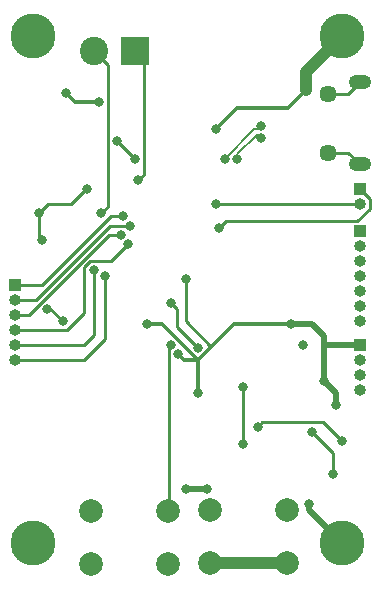
<source format=gbr>
%TF.GenerationSoftware,KiCad,Pcbnew,(5.1.8)-1*%
%TF.CreationDate,2021-05-13T19:04:10-07:00*%
%TF.ProjectId,Astromech3.0,41737472-6f6d-4656-9368-332e302e6b69,rev?*%
%TF.SameCoordinates,Original*%
%TF.FileFunction,Copper,L2,Bot*%
%TF.FilePolarity,Positive*%
%FSLAX46Y46*%
G04 Gerber Fmt 4.6, Leading zero omitted, Abs format (unit mm)*
G04 Created by KiCad (PCBNEW (5.1.8)-1) date 2021-05-13 19:04:10*
%MOMM*%
%LPD*%
G01*
G04 APERTURE LIST*
%TA.AperFunction,ComponentPad*%
%ADD10C,1.450000*%
%TD*%
%TA.AperFunction,ComponentPad*%
%ADD11O,1.900000X1.200000*%
%TD*%
%TA.AperFunction,ComponentPad*%
%ADD12C,3.800000*%
%TD*%
%TA.AperFunction,ComponentPad*%
%ADD13O,1.000000X1.000000*%
%TD*%
%TA.AperFunction,ComponentPad*%
%ADD14R,1.000000X1.000000*%
%TD*%
%TA.AperFunction,ComponentPad*%
%ADD15C,2.000000*%
%TD*%
%TA.AperFunction,ComponentPad*%
%ADD16R,2.400000X2.400000*%
%TD*%
%TA.AperFunction,ComponentPad*%
%ADD17C,2.400000*%
%TD*%
%TA.AperFunction,ViaPad*%
%ADD18C,0.800000*%
%TD*%
%TA.AperFunction,Conductor*%
%ADD19C,0.300000*%
%TD*%
%TA.AperFunction,Conductor*%
%ADD20C,0.250000*%
%TD*%
%TA.AperFunction,Conductor*%
%ADD21C,0.500000*%
%TD*%
%TA.AperFunction,Conductor*%
%ADD22C,1.000000*%
%TD*%
%TA.AperFunction,Conductor*%
%ADD23C,0.200000*%
%TD*%
G04 APERTURE END LIST*
D10*
%TO.P,J3,6*%
%TO.N,Net-(J3-Pad6)*%
X178623500Y-67016000D03*
X178623500Y-62016000D03*
D11*
X181323500Y-68016000D03*
X181323500Y-61016000D03*
%TD*%
D12*
%TO.P,H4,1*%
%TO.N,GND*%
X153670000Y-100076000D03*
%TD*%
D13*
%TO.P,J5,7*%
%TO.N,PB12*%
X181356000Y-81280000D03*
%TO.P,J5,6*%
%TO.N,PB13*%
X181356000Y-80010000D03*
%TO.P,J5,5*%
%TO.N,PB14*%
X181356000Y-78740000D03*
%TO.P,J5,4*%
%TO.N,PB15*%
X181356000Y-77470000D03*
%TO.P,J5,3*%
%TO.N,PA8*%
X181356000Y-76200000D03*
%TO.P,J5,2*%
%TO.N,PA9*%
X181356000Y-74930000D03*
D14*
%TO.P,J5,1*%
%TO.N,PA10*%
X181356000Y-73660000D03*
%TD*%
D13*
%TO.P,J6,6*%
%TO.N,PB9*%
X152146000Y-84582000D03*
%TO.P,J6,5*%
%TO.N,PB8*%
X152146000Y-83312000D03*
%TO.P,J6,4*%
%TO.N,PB5*%
X152146000Y-82042000D03*
%TO.P,J6,3*%
%TO.N,PB4*%
X152146000Y-80772000D03*
%TO.P,J6,2*%
%TO.N,PB3*%
X152146000Y-79502000D03*
D14*
%TO.P,J6,1*%
%TO.N,PA15*%
X152146000Y-78232000D03*
%TD*%
D13*
%TO.P,J2,2*%
%TO.N,SWCLK*%
X181356000Y-71374000D03*
D14*
%TO.P,J2,1*%
%TO.N,SWDIO*%
X181356000Y-70104000D03*
%TD*%
D12*
%TO.P,H3,1*%
%TO.N,GND*%
X179832000Y-57150000D03*
%TD*%
%TO.P,H2,1*%
%TO.N,GND*%
X153670000Y-57150000D03*
%TD*%
%TO.P,H1,1*%
%TO.N,GND*%
X179832000Y-100076000D03*
%TD*%
D13*
%TO.P,J4,4*%
%TO.N,GND*%
X181356000Y-87122000D03*
%TO.P,J4,3*%
%TO.N,UART_RX*%
X181356000Y-85852000D03*
%TO.P,J4,2*%
%TO.N,UART_TX*%
X181356000Y-84582000D03*
D14*
%TO.P,J4,1*%
%TO.N,+3V3*%
X181356000Y-83312000D03*
%TD*%
D15*
%TO.P,SW1,1*%
%TO.N,GND*%
X158600000Y-101854000D03*
%TO.P,SW1,2*%
%TO.N,RESET*%
X158600000Y-97354000D03*
%TO.P,SW1,1*%
%TO.N,GND*%
X165100000Y-101854000D03*
%TO.P,SW1,2*%
%TO.N,RESET*%
X165100000Y-97354000D03*
%TD*%
D16*
%TO.P,J1,1*%
%TO.N,I2C_SCL*%
X162306000Y-58420000D03*
D17*
%TO.P,J1,2*%
%TO.N,I2C_SDA*%
X158806000Y-58420000D03*
%TD*%
D15*
%TO.P,SW2,2*%
%TO.N,+3V3*%
X168656000Y-101782000D03*
%TO.P,SW2,1*%
%TO.N,BOOT0*%
X168656000Y-97282000D03*
%TO.P,SW2,2*%
%TO.N,+3V3*%
X175156000Y-101782000D03*
%TO.P,SW2,1*%
%TO.N,BOOT0*%
X175156000Y-97282000D03*
%TD*%
D18*
%TO.N,+3V3*%
X158242000Y-70104000D03*
X175514000Y-81534000D03*
X178308000Y-86323000D03*
X179324000Y-88392000D03*
X154432000Y-74422000D03*
X154178000Y-72136000D03*
X156210000Y-81280000D03*
X165946128Y-84050138D03*
X167640000Y-87376000D03*
X163322000Y-81534000D03*
X166624000Y-77724000D03*
X154890389Y-80214389D03*
X156440669Y-61952669D03*
X159253347Y-62733347D03*
%TO.N,GND*%
X160782000Y-66040000D03*
X176784000Y-61722000D03*
X176530000Y-83312000D03*
X177038000Y-96774000D03*
X168402000Y-95504000D03*
X166661000Y-95504000D03*
X169164000Y-65024000D03*
X162306001Y-67570500D03*
%TO.N,RESET*%
X165354000Y-83312000D03*
%TO.N,I2C_SCL*%
X162560000Y-69342000D03*
%TO.N,I2C_SDA*%
X159468361Y-72124000D03*
%TO.N,SWDIO*%
X169418000Y-73406000D03*
%TO.N,SWCLK*%
X169164000Y-71374000D03*
%TO.N,D+*%
X169902806Y-67564000D03*
X172974000Y-64753000D03*
%TO.N,D-*%
X170952806Y-67564000D03*
X172974000Y-65803000D03*
%TO.N,BOOT0*%
X165354000Y-79756000D03*
X167640000Y-83517116D03*
%TO.N,QSPI_CLK*%
X172688493Y-90204037D03*
X179832000Y-91440000D03*
%TO.N,PB9*%
X159766000Y-77456386D03*
%TO.N,PB8*%
X158843790Y-76945094D03*
%TO.N,PB5*%
X161725430Y-74748570D03*
%TO.N,PB4*%
X161122838Y-73950519D03*
%TO.N,PB3*%
X161901233Y-73225519D03*
%TO.N,PA15*%
X161290000Y-72390000D03*
%TO.N,SPI_MISO*%
X177292000Y-90678000D03*
X179058000Y-94234000D03*
%TO.N,SPI_MOSI*%
X171450000Y-86868000D03*
X171450000Y-91694000D03*
%TD*%
D19*
%TO.N,+3V3*%
X158242000Y-70104000D02*
X156972000Y-71374000D01*
D20*
X154178000Y-74168000D02*
X154432000Y-74422000D01*
X154178000Y-72136000D02*
X154178000Y-74168000D01*
X154940000Y-71374000D02*
X154178000Y-72136000D01*
X156972000Y-71374000D02*
X154940000Y-71374000D01*
D19*
X164596222Y-81534000D02*
X163322000Y-81534000D01*
X167640000Y-84577778D02*
X164596222Y-81534000D01*
X167640000Y-87376000D02*
X167640000Y-84577778D01*
X175514000Y-81534000D02*
X170683778Y-81534000D01*
D20*
X166624000Y-77724000D02*
X166624000Y-81280000D01*
D19*
X168780889Y-83436889D02*
X167640000Y-84577778D01*
D21*
X179324000Y-87339000D02*
X178308000Y-86323000D01*
X179324000Y-88392000D02*
X179324000Y-87339000D01*
X177292000Y-81534000D02*
X175514000Y-81534000D01*
X178308000Y-82550000D02*
X177292000Y-81534000D01*
X178308000Y-83312000D02*
X181356000Y-83312000D01*
X178308000Y-86323000D02*
X178308000Y-83312000D01*
X178308000Y-83312000D02*
X178308000Y-82550000D01*
D19*
X166473768Y-84577778D02*
X165946128Y-84050138D01*
X167640000Y-84577778D02*
X166473768Y-84577778D01*
D20*
X166624000Y-81280000D02*
X168780889Y-83436889D01*
D19*
X170683778Y-81534000D02*
X168780889Y-83436889D01*
D22*
X168656000Y-101782000D02*
X175156000Y-101782000D01*
D20*
X155144389Y-80214389D02*
X156210000Y-81280000D01*
X154890389Y-80214389D02*
X155144389Y-80214389D01*
X159253347Y-62733347D02*
X159258000Y-62738000D01*
D19*
X157221347Y-62733347D02*
X159253347Y-62733347D01*
X156440669Y-61952669D02*
X157221347Y-62733347D01*
%TO.N,GND*%
X162306000Y-67564000D02*
X160782000Y-66040000D01*
D20*
X179832000Y-58674000D02*
X179832000Y-57150000D01*
D22*
X176784000Y-60198000D02*
X179832000Y-57150000D01*
X176784000Y-61722000D02*
X176784000Y-60198000D01*
D21*
X177038000Y-97282000D02*
X179832000Y-100076000D01*
X177038000Y-96774000D02*
X177038000Y-97282000D01*
X168402000Y-95504000D02*
X166774000Y-95504000D01*
D19*
X169164000Y-65024000D02*
X170942000Y-63246000D01*
X175260000Y-63246000D02*
X176784000Y-61722000D01*
X170942000Y-63246000D02*
X175260000Y-63246000D01*
X162306000Y-67570499D02*
X162306001Y-67570500D01*
X162306000Y-67564000D02*
X162306000Y-67570499D01*
D20*
%TO.N,RESET*%
X165214925Y-97239075D02*
X165100000Y-97354000D01*
X165214925Y-83262705D02*
X165214925Y-97239075D01*
%TO.N,I2C_SCL*%
X163031001Y-59145001D02*
X162306000Y-58420000D01*
X163031001Y-68870999D02*
X163031001Y-59145001D01*
X162560000Y-69342000D02*
X163031001Y-68870999D01*
%TO.N,I2C_SDA*%
X159987654Y-59601654D02*
X158806000Y-58420000D01*
X159987654Y-71604707D02*
X159987654Y-59601654D01*
X159468361Y-72124000D02*
X159987654Y-71604707D01*
%TO.N,SWDIO*%
X181294832Y-70042832D02*
X181356000Y-70104000D01*
X182181001Y-71770001D02*
X182181001Y-70929001D01*
X181116003Y-72834999D02*
X182181001Y-71770001D01*
X182181001Y-70929001D02*
X181356000Y-70104000D01*
X169989001Y-72834999D02*
X181116003Y-72834999D01*
X169418000Y-73406000D02*
X169989001Y-72834999D01*
%TO.N,SWCLK*%
X169164000Y-71374000D02*
X181356000Y-71374000D01*
%TO.N,Net-(J3-Pad6)*%
X180323500Y-67016000D02*
X181323500Y-68016000D01*
X178623500Y-67016000D02*
X180323500Y-67016000D01*
X180323500Y-62016000D02*
X181323500Y-61016000D01*
X178623500Y-62016000D02*
X180323500Y-62016000D01*
D23*
%TO.N,D+*%
X172674000Y-65053000D02*
X172974000Y-64753000D01*
X172413806Y-65053000D02*
X172674000Y-65053000D01*
X169902806Y-67564000D02*
X172413806Y-65053000D01*
%TO.N,D-*%
X170952806Y-67150397D02*
X172600203Y-65503000D01*
X170952806Y-67564000D02*
X170952806Y-67150397D01*
X172674000Y-65503000D02*
X172974000Y-65803000D01*
X172600203Y-65503000D02*
X172674000Y-65503000D01*
D20*
%TO.N,BOOT0*%
X165862000Y-80264000D02*
X165354000Y-79756000D01*
X165862000Y-81280000D02*
X165862000Y-80264000D01*
X165862000Y-81739116D02*
X165862000Y-81280000D01*
X167640000Y-83517116D02*
X165862000Y-81739116D01*
%TO.N,QSPI_CLK*%
X178196038Y-89804038D02*
X179832000Y-91440000D01*
X173088492Y-89804038D02*
X178196038Y-89804038D01*
X172688493Y-90204037D02*
X173088492Y-89804038D01*
%TO.N,PB9*%
X157988000Y-84582000D02*
X152146000Y-84582000D01*
X159766000Y-82804000D02*
X157988000Y-84582000D01*
X159766000Y-77456386D02*
X159766000Y-82804000D01*
%TO.N,PB8*%
X157988000Y-83312000D02*
X152146000Y-83312000D01*
X158843790Y-82456210D02*
X157988000Y-83312000D01*
X158843790Y-76945094D02*
X158843790Y-82456210D01*
%TO.N,PB5*%
X158495789Y-76220093D02*
X157988000Y-76727882D01*
X160253907Y-76220093D02*
X158495789Y-76220093D01*
X161725430Y-74748570D02*
X160253907Y-76220093D01*
X156521002Y-82042000D02*
X152146000Y-82042000D01*
X157988000Y-80575002D02*
X156521002Y-82042000D01*
X157988000Y-76727882D02*
X157988000Y-80575002D01*
%TO.N,PB4*%
X153307472Y-80772000D02*
X152146000Y-80772000D01*
X160128953Y-73950519D02*
X153307472Y-80772000D01*
X161122838Y-73950519D02*
X160128953Y-73950519D01*
%TO.N,PB3*%
X161901233Y-73225519D02*
X160200481Y-73225519D01*
X153924000Y-79502000D02*
X152146000Y-79502000D01*
X160200481Y-73225519D02*
X153924000Y-79502000D01*
%TO.N,PA15*%
X154433363Y-78232000D02*
X152146000Y-78232000D01*
X160275363Y-72390000D02*
X154433363Y-78232000D01*
X161290000Y-72390000D02*
X160275363Y-72390000D01*
%TO.N,SPI_MISO*%
X179058000Y-92444000D02*
X179058000Y-94234000D01*
X177292000Y-90678000D02*
X179058000Y-92444000D01*
%TO.N,SPI_MOSI*%
X171450000Y-86868000D02*
X171450000Y-91694000D01*
%TD*%
M02*

</source>
